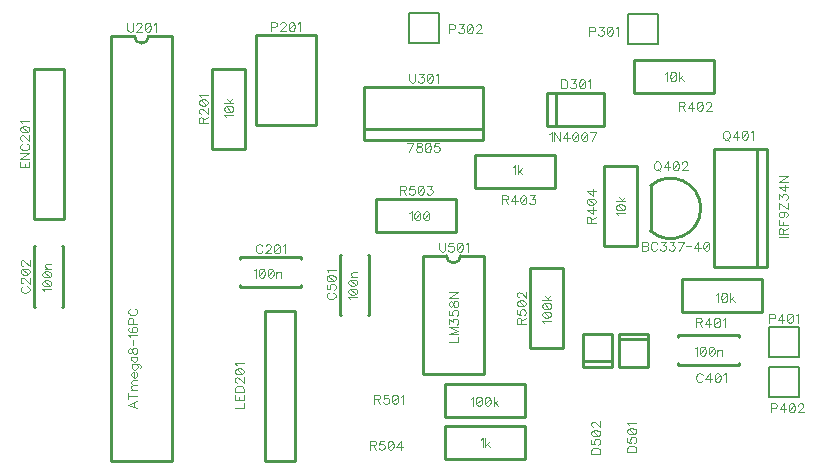
<source format=gbr>
G04 DipTrace 3.3.1.1*
G04 topsilk.gbr*
%MOIN*%
G04 #@! TF.FileFunction,Legend,Top*
G04 #@! TF.Part,Single*
%ADD10C,0.009843*%
%ADD26C,0.007874*%
%ADD55C,0.004632*%
%FSLAX26Y26*%
G04*
G70*
G90*
G75*
G01*
G04 TopSilk*
%LPD*%
X1355381Y1053937D2*
D10*
Y1049213D1*
X1154541Y1147638D2*
Y1142913D1*
X1355381Y1147638D2*
Y1142913D1*
X1154541Y1053937D2*
Y1049213D1*
X1355381D2*
X1154541D1*
X1355381Y1147638D2*
X1154541D1*
X470472Y983832D2*
X465748D1*
X564173Y1184672D2*
X559449D1*
X564173Y983832D2*
X559449D1*
X470472Y1184672D2*
X465748D1*
Y983832D2*
Y1184672D1*
X564173Y983832D2*
Y1184672D1*
X2614541Y883071D2*
Y887795D1*
X2815381Y789370D2*
Y794094D1*
X2614541Y789370D2*
Y794094D1*
X2815381Y883071D2*
Y887795D1*
X2614541D2*
X2815381D1*
X2614541Y789370D2*
X2815381D1*
X1490472Y956273D2*
X1485748D1*
X1584173Y1157113D2*
X1579449D1*
X1584173Y956273D2*
X1579449D1*
X1490472Y1157113D2*
X1485748D1*
Y956273D2*
Y1157113D1*
X1584173Y956273D2*
Y1157113D1*
X2177876Y1586614D2*
Y1696850D1*
X2179900D2*
X2365061D1*
X2207724Y1586614D2*
Y1696850D1*
X2365061Y1586614D2*
Y1696850D1*
X2179900Y1586614D2*
X2365061D1*
X2512205Y893683D2*
X2417717D1*
Y783482D1*
X2512205D1*
Y893683D1*
Y874029D2*
X2417717D1*
X2297717Y783482D2*
X2392205D1*
Y893683D1*
X2297717D1*
Y783482D1*
Y803136D2*
X2392205D1*
X564962Y1774431D2*
X464961D1*
Y1274387D1*
X564962D1*
Y1774431D1*
X1234959Y469663D2*
X1334961D1*
Y969707D1*
X1234959D1*
Y469663D1*
X1204961Y1587795D2*
X1404961D1*
Y1887795D1*
X1204961D1*
Y1587795D1*
X2544961Y1959449D2*
D26*
Y1859449D1*
X2444961D2*
Y1959449D1*
X2544961Y1859449D2*
X2444961D1*
Y1959449D2*
X2544961D1*
X1814961Y1963386D2*
Y1863386D1*
X1714961D2*
Y1963386D1*
X1814961Y1863386D2*
X1714961D1*
Y1963386D2*
X1814961D1*
X3014961Y916142D2*
Y816142D1*
X2914961D2*
Y916142D1*
X3014961Y816142D2*
X2914961D1*
Y916142D2*
X3014961D1*
Y682283D2*
X2914961D1*
Y782283D2*
X3014961D1*
X2914961Y682283D2*
Y782283D1*
X3014961D2*
Y682283D1*
X2911260Y1510236D2*
D10*
X2734094D1*
Y1116535D1*
X2911260D1*
Y1510236D1*
X2875827D2*
Y1116535D1*
X2521818Y1386644D2*
G02X2521818Y1235403I66569J-75620D01*
G01*
Y1386644D1*
X1170079Y1776417D2*
Y1509016D1*
X1059843Y1776417D2*
Y1509016D1*
Y1776417D2*
X1170079D1*
X1059843Y1509016D2*
X1170079D1*
X2894921Y964567D2*
X2627520D1*
X2894921Y1074803D2*
X2627520D1*
X2894921D2*
Y964567D1*
X2627520Y1074803D2*
Y964567D1*
X2734921Y1696850D2*
X2467520D1*
X2734921Y1807087D2*
X2467520D1*
X2734921D2*
Y1696850D1*
X2467520Y1807087D2*
Y1696850D1*
X1935000Y1488189D2*
X2202402D1*
X1935000Y1377953D2*
X2202402D1*
X1935000D2*
Y1488189D1*
X2202402Y1377953D2*
Y1488189D1*
X2366102Y1185197D2*
Y1452598D1*
X2476339Y1185197D2*
Y1452598D1*
Y1185197D2*
X2366102D1*
X2476339Y1452598D2*
X2366102D1*
X1835000Y724409D2*
X2102402D1*
X1835000Y614173D2*
X2102402D1*
X1835000D2*
Y724409D1*
X2102402Y614173D2*
Y724409D1*
X2119843Y845630D2*
Y1113031D1*
X2230079Y845630D2*
Y1113031D1*
Y845630D2*
X2119843D1*
X2230079Y1113031D2*
X2119843D1*
X1874921Y1232283D2*
X1607520D1*
X1874921Y1342520D2*
X1607520D1*
X1874921D2*
Y1232283D1*
X1607520Y1342520D2*
Y1232283D1*
X2104921Y476378D2*
X1837520D1*
X2104921Y586614D2*
X1837520D1*
X2104921D2*
Y476378D1*
X1837520Y586614D2*
Y476378D1*
X722597Y1885433D2*
Y468110D1*
X927324Y1885433D2*
Y468110D1*
X722597D2*
X927324D1*
X722597Y1885433D2*
X801330D1*
X927324D2*
X848591D1*
X801330D2*
G03X848591Y1885433I23631J103D01*
G01*
X1961811Y1539370D2*
X1568110D1*
Y1716535D1*
X1961811D1*
Y1539370D1*
Y1574803D2*
X1568110D1*
X1967327Y1153150D2*
Y759449D1*
X1762594D2*
X1967327D1*
X1762594Y1153150D2*
Y759449D1*
Y1153150D2*
X1841335D1*
X1967327D2*
X1888586D1*
X1841335D2*
G03X1888586Y1153150I23626J4D01*
G01*
X1228132Y1184409D2*
D55*
X1226706Y1187261D1*
X1223821Y1190146D1*
X1220969Y1191572D1*
X1215232D1*
X1212347Y1190146D1*
X1209495Y1187261D1*
X1208036Y1184409D1*
X1206610Y1180098D1*
Y1172902D1*
X1208036Y1168624D1*
X1209495Y1165739D1*
X1212347Y1162887D1*
X1215232Y1161428D1*
X1220969D1*
X1223821Y1162887D1*
X1226706Y1165739D1*
X1228132Y1168624D1*
X1238855Y1184376D2*
Y1185802D1*
X1240281Y1188687D1*
X1241707Y1190113D1*
X1244592Y1191538D1*
X1250329D1*
X1253181Y1190113D1*
X1254607Y1188687D1*
X1256066Y1185802D1*
Y1182950D1*
X1254607Y1180065D1*
X1251755Y1175787D1*
X1237396Y1161428D1*
X1257492D1*
X1275377Y1191538D2*
X1271066Y1190113D1*
X1268181Y1185802D1*
X1266755Y1178639D1*
Y1174328D1*
X1268181Y1167165D1*
X1271066Y1162854D1*
X1275377Y1161428D1*
X1278229D1*
X1282540Y1162854D1*
X1285392Y1167165D1*
X1286851Y1174328D1*
Y1178639D1*
X1285392Y1185802D1*
X1282540Y1190113D1*
X1278229Y1191538D1*
X1275377D1*
X1285392Y1185802D2*
X1268181Y1167165D1*
X1296115Y1185802D2*
X1299000Y1187261D1*
X1303311Y1191538D1*
Y1161428D1*
X1199479Y1104133D2*
X1202364Y1105593D1*
X1206675Y1109870D1*
Y1079760D1*
X1224560Y1109870D2*
X1220249Y1108444D1*
X1217364Y1104133D1*
X1215938Y1096970D1*
Y1092659D1*
X1217364Y1085496D1*
X1220249Y1081185D1*
X1224560Y1079760D1*
X1227412D1*
X1231723Y1081185D1*
X1234575Y1085496D1*
X1236034Y1092659D1*
Y1096970D1*
X1234575Y1104133D1*
X1231723Y1108444D1*
X1227412Y1109870D1*
X1224560D1*
X1234575Y1104133D2*
X1217364Y1085496D1*
X1253920Y1109870D2*
X1249609Y1108444D1*
X1246724Y1104133D1*
X1245298Y1096970D1*
Y1092659D1*
X1246724Y1085496D1*
X1249609Y1081185D1*
X1253920Y1079760D1*
X1256772D1*
X1261083Y1081185D1*
X1263935Y1085496D1*
X1265394Y1092659D1*
Y1096970D1*
X1263935Y1104133D1*
X1261083Y1108444D1*
X1256772Y1109870D1*
X1253920D1*
X1263935Y1104133D2*
X1246724Y1085496D1*
X1274658Y1099856D2*
Y1079760D1*
Y1094119D2*
X1278969Y1098430D1*
X1281854Y1099856D1*
X1286131D1*
X1289017Y1098430D1*
X1290442Y1094119D1*
Y1079760D1*
X428977Y1050974D2*
X426125Y1049548D1*
X423240Y1046663D1*
X421814Y1043811D1*
Y1038074D1*
X423240Y1035189D1*
X426125Y1032337D1*
X428977Y1030878D1*
X433288Y1029452D1*
X440484D1*
X444762Y1030878D1*
X447647Y1032337D1*
X450499Y1035189D1*
X451958Y1038074D1*
Y1043811D1*
X450499Y1046663D1*
X447647Y1049548D1*
X444762Y1050974D1*
X429010Y1061696D2*
X427584D1*
X424699Y1063122D1*
X423273Y1064548D1*
X421847Y1067433D1*
Y1073170D1*
X423273Y1076022D1*
X424699Y1077448D1*
X427584Y1078907D1*
X430436D1*
X433321Y1077448D1*
X437599Y1074596D1*
X451958Y1060237D1*
Y1080333D1*
X421847Y1098219D2*
X423273Y1093908D1*
X427584Y1091023D1*
X434747Y1089597D1*
X439058D1*
X446221Y1091023D1*
X450532Y1093908D1*
X451958Y1098219D1*
Y1101071D1*
X450532Y1105382D1*
X446221Y1108234D1*
X439058Y1109693D1*
X434747D1*
X427584Y1108234D1*
X423273Y1105382D1*
X421847Y1101071D1*
Y1098219D1*
X427584Y1108234D2*
X446221Y1091023D1*
X429010Y1120415D2*
X427584D1*
X424699Y1121841D1*
X423273Y1123267D1*
X421847Y1126152D1*
Y1131889D1*
X423273Y1134741D1*
X424699Y1136167D1*
X427584Y1137626D1*
X430436D1*
X433321Y1136167D1*
X437599Y1133315D1*
X451958Y1118956D1*
Y1139052D1*
X500119Y1034833D2*
X498659Y1037718D1*
X494382Y1042029D1*
X524493D1*
X494382Y1059915D2*
X495808Y1055604D1*
X500119Y1052719D1*
X507282Y1051293D1*
X511593D1*
X518756Y1052719D1*
X523067Y1055604D1*
X524492Y1059915D1*
Y1062767D1*
X523067Y1067078D1*
X518756Y1069930D1*
X511593Y1071389D1*
X507282D1*
X500119Y1069930D1*
X495808Y1067078D1*
X494382Y1062767D1*
Y1059915D1*
X500119Y1069930D2*
X518756Y1052719D1*
X494382Y1089274D2*
X495808Y1084963D1*
X500119Y1082078D1*
X507282Y1080652D1*
X511593D1*
X518756Y1082078D1*
X523067Y1084963D1*
X524492Y1089274D1*
Y1092126D1*
X523067Y1096437D1*
X518756Y1099289D1*
X511593Y1100748D1*
X507282D1*
X500119Y1099289D1*
X495808Y1096437D1*
X494382Y1092126D1*
Y1089274D1*
X500119Y1099289D2*
X518756Y1082078D1*
X504396Y1110012D2*
X524492D1*
X510133D2*
X505822Y1114323D1*
X504396Y1117208D1*
Y1121486D1*
X505822Y1124371D1*
X510133Y1125797D1*
X524492D1*
X2695293Y754585D2*
X2693867Y757436D1*
X2690982Y760322D1*
X2688130Y761747D1*
X2682393D1*
X2679508Y760322D1*
X2676656Y757436D1*
X2675197Y754585D1*
X2673771Y750274D1*
Y743077D1*
X2675197Y738800D1*
X2676656Y735915D1*
X2679508Y733063D1*
X2682393Y731603D1*
X2688130D1*
X2690982Y733063D1*
X2693867Y735915D1*
X2695293Y738800D1*
X2718916Y731603D2*
Y761714D1*
X2704557Y741651D1*
X2726079D1*
X2743964Y761714D2*
X2739653Y760288D1*
X2736768Y755977D1*
X2735342Y748814D1*
Y744503D1*
X2736768Y737340D1*
X2739653Y733029D1*
X2743964Y731603D1*
X2746816D1*
X2751127Y733029D1*
X2753979Y737340D1*
X2755438Y744503D1*
Y748814D1*
X2753979Y755977D1*
X2751127Y760288D1*
X2746816Y761714D1*
X2743964D1*
X2753979Y755977D2*
X2736768Y737340D1*
X2764702Y755977D2*
X2767587Y757436D1*
X2771898Y761714D1*
Y731603D1*
X2669479Y844291D2*
X2672364Y845750D1*
X2676675Y850028D1*
Y819917D1*
X2694560Y850028D2*
X2690249Y848602D1*
X2687364Y844291D1*
X2685938Y837128D1*
Y832817D1*
X2687364Y825654D1*
X2690249Y821343D1*
X2694560Y819917D1*
X2697412D1*
X2701723Y821343D1*
X2704575Y825654D1*
X2706034Y832817D1*
Y837128D1*
X2704575Y844291D1*
X2701723Y848602D1*
X2697412Y850028D1*
X2694560D1*
X2704575Y844291D2*
X2687364Y825654D1*
X2723920Y850028D2*
X2719609Y848602D1*
X2716724Y844291D1*
X2715298Y837128D1*
Y832817D1*
X2716724Y825654D1*
X2719609Y821343D1*
X2723920Y819917D1*
X2726772D1*
X2731083Y821343D1*
X2733935Y825654D1*
X2735394Y832817D1*
Y837128D1*
X2733935Y844291D1*
X2731083Y848602D1*
X2726772Y850028D1*
X2723920D1*
X2733935Y844291D2*
X2716724Y825654D1*
X2744658Y840013D2*
Y819917D1*
Y834276D2*
X2748969Y838587D1*
X2751854Y840013D1*
X2756131D1*
X2759017Y838587D1*
X2760442Y834276D1*
Y819917D1*
X1448977Y1029865D2*
X1446125Y1028439D1*
X1443240Y1025554D1*
X1441814Y1022702D1*
Y1016965D1*
X1443240Y1014080D1*
X1446125Y1011228D1*
X1448977Y1009769D1*
X1453288Y1008343D1*
X1460484D1*
X1464762Y1009769D1*
X1467647Y1011228D1*
X1470499Y1014080D1*
X1471958Y1016965D1*
Y1022702D1*
X1470499Y1025554D1*
X1467647Y1028439D1*
X1464762Y1029865D1*
X1441847Y1056339D2*
Y1042013D1*
X1454747Y1040587D1*
X1453321Y1042013D1*
X1451862Y1046324D1*
Y1050602D1*
X1453321Y1054913D1*
X1456173Y1057798D1*
X1460484Y1059224D1*
X1463336D1*
X1467647Y1057798D1*
X1470532Y1054913D1*
X1471958Y1050602D1*
Y1046324D1*
X1470532Y1042013D1*
X1469073Y1040587D1*
X1466221Y1039128D1*
X1441847Y1077110D2*
X1443273Y1072799D1*
X1447584Y1069914D1*
X1454747Y1068488D1*
X1459058D1*
X1466221Y1069914D1*
X1470532Y1072799D1*
X1471958Y1077110D1*
Y1079962D1*
X1470532Y1084273D1*
X1466221Y1087125D1*
X1459058Y1088584D1*
X1454747D1*
X1447584Y1087125D1*
X1443273Y1084273D1*
X1441847Y1079962D1*
Y1077110D1*
X1447584Y1087125D2*
X1466221Y1069914D1*
X1447584Y1097847D2*
X1446125Y1100732D1*
X1441847Y1105043D1*
X1471958D1*
X1520119Y1007274D2*
X1518659Y1010159D1*
X1514382Y1014470D1*
X1544493D1*
X1514382Y1032356D2*
X1515808Y1028045D1*
X1520119Y1025160D1*
X1527282Y1023734D1*
X1531593D1*
X1538756Y1025160D1*
X1543067Y1028045D1*
X1544492Y1032356D1*
Y1035208D1*
X1543067Y1039519D1*
X1538756Y1042371D1*
X1531593Y1043830D1*
X1527282D1*
X1520119Y1042371D1*
X1515808Y1039519D1*
X1514382Y1035208D1*
Y1032356D1*
X1520119Y1042371D2*
X1538756Y1025160D1*
X1514382Y1061715D2*
X1515808Y1057404D1*
X1520119Y1054519D1*
X1527282Y1053093D1*
X1531593D1*
X1538756Y1054519D1*
X1543067Y1057404D1*
X1544492Y1061715D1*
Y1064567D1*
X1543067Y1068878D1*
X1538756Y1071730D1*
X1531593Y1073189D1*
X1527282D1*
X1520119Y1071730D1*
X1515808Y1068878D1*
X1514382Y1064567D1*
Y1061715D1*
X1520119Y1071730D2*
X1538756Y1054519D1*
X1524396Y1082453D2*
X1544492D1*
X1530133D2*
X1525822Y1086764D1*
X1524396Y1089649D1*
Y1093927D1*
X1525822Y1096812D1*
X1530133Y1098238D1*
X1544492D1*
X2224843Y1740784D2*
Y1710640D1*
X2234891D1*
X2239202Y1712099D1*
X2242087Y1714951D1*
X2243513Y1717836D1*
X2244939Y1722114D1*
Y1729310D1*
X2243513Y1733621D1*
X2242087Y1736473D1*
X2239202Y1739358D1*
X2234891Y1740784D1*
X2224843D1*
X2257088Y1740751D2*
X2272839D1*
X2264250Y1729277D1*
X2268562D1*
X2271413Y1727851D1*
X2272839Y1726425D1*
X2274298Y1722114D1*
Y1719262D1*
X2272839Y1714951D1*
X2269987Y1712066D1*
X2265676Y1710640D1*
X2261365D1*
X2257088Y1712066D1*
X2255662Y1713525D1*
X2254202Y1716377D1*
X2292184Y1740751D2*
X2287873Y1739325D1*
X2284988Y1735014D1*
X2283562Y1727851D1*
Y1723540D1*
X2284988Y1716377D1*
X2287873Y1712066D1*
X2292184Y1710640D1*
X2295036D1*
X2299347Y1712066D1*
X2302199Y1716377D1*
X2303658Y1723540D1*
Y1727851D1*
X2302199Y1735014D1*
X2299347Y1739325D1*
X2295036Y1740751D1*
X2292184D1*
X2302199Y1735014D2*
X2284988Y1716377D1*
X2312922Y1735014D2*
X2315807Y1736473D1*
X2320118Y1740751D1*
Y1710640D1*
X2184770Y1558858D2*
X2187655Y1560317D1*
X2191967Y1564595D1*
Y1534484D1*
X2221326Y1564628D2*
Y1534484D1*
X2201230Y1564628D1*
Y1534484D1*
X2244949D2*
Y1564595D1*
X2230590Y1544532D1*
X2252112D1*
X2269997Y1564595D2*
X2265686Y1563169D1*
X2262801Y1558858D1*
X2261375Y1551695D1*
Y1547384D1*
X2262801Y1540221D1*
X2265686Y1535910D1*
X2269997Y1534484D1*
X2272849D1*
X2277160Y1535910D1*
X2280012Y1540221D1*
X2281471Y1547384D1*
Y1551695D1*
X2280012Y1558858D1*
X2277160Y1563169D1*
X2272849Y1564595D1*
X2269997D1*
X2280012Y1558858D2*
X2262801Y1540221D1*
X2299357Y1564595D2*
X2295046Y1563169D1*
X2292161Y1558858D1*
X2290735Y1551695D1*
Y1547384D1*
X2292161Y1540221D1*
X2295046Y1535910D1*
X2299357Y1534484D1*
X2302209D1*
X2306520Y1535910D1*
X2309372Y1540221D1*
X2310831Y1547384D1*
Y1551695D1*
X2309372Y1558858D1*
X2306520Y1563169D1*
X2302209Y1564595D1*
X2299357D1*
X2309372Y1558858D2*
X2292161Y1540221D1*
X2325831Y1534484D2*
X2340190Y1564595D1*
X2320094D1*
X2443783Y499607D2*
X2473927D1*
Y509655D1*
X2472468Y513966D1*
X2469616Y516851D1*
X2466731Y518277D1*
X2462453Y519703D1*
X2455257D1*
X2450946Y518277D1*
X2448094Y516851D1*
X2445209Y513966D1*
X2443783Y509655D1*
Y499607D1*
X2443816Y546177D2*
Y531851D1*
X2456716Y530425D1*
X2455290Y531851D1*
X2453831Y536162D1*
Y540440D1*
X2455290Y544751D1*
X2458142Y547636D1*
X2462453Y549062D1*
X2465305D1*
X2469616Y547636D1*
X2472501Y544751D1*
X2473927Y540440D1*
Y536162D1*
X2472501Y531851D1*
X2471042Y530425D1*
X2468190Y528966D1*
X2443816Y566948D2*
X2445242Y562637D1*
X2449553Y559752D1*
X2456716Y558326D1*
X2461027D1*
X2468190Y559752D1*
X2472501Y562637D1*
X2473927Y566948D1*
Y569800D1*
X2472501Y574111D1*
X2468190Y576963D1*
X2461027Y578422D1*
X2456716D1*
X2449553Y576963D1*
X2445242Y574111D1*
X2443816Y569800D1*
Y566948D1*
X2449553Y576963D2*
X2468190Y559752D1*
X2449553Y587685D2*
X2448094Y590570D1*
X2443816Y594881D1*
X2473927D1*
X2323783Y493157D2*
X2353927D1*
Y503205D1*
X2352468Y507516D1*
X2349616Y510401D1*
X2346731Y511827D1*
X2342453Y513253D1*
X2335257D1*
X2330946Y511827D1*
X2328094Y510401D1*
X2325209Y507516D1*
X2323783Y503205D1*
Y493157D1*
X2323816Y539727D2*
Y525401D1*
X2336716Y523975D1*
X2335290Y525401D1*
X2333831Y529712D1*
Y533990D1*
X2335290Y538301D1*
X2338142Y541186D1*
X2342453Y542612D1*
X2345305D1*
X2349616Y541186D1*
X2352501Y538301D1*
X2353927Y533990D1*
Y529712D1*
X2352501Y525401D1*
X2351042Y523975D1*
X2348190Y522516D1*
X2323816Y560498D2*
X2325242Y556187D1*
X2329553Y553302D1*
X2336716Y551876D1*
X2341027D1*
X2348190Y553302D1*
X2352501Y556187D1*
X2353927Y560498D1*
Y563350D1*
X2352501Y567661D1*
X2348190Y570513D1*
X2341027Y571972D1*
X2336716D1*
X2329553Y570513D1*
X2325242Y567661D1*
X2323816Y563350D1*
Y560498D1*
X2329553Y570513D2*
X2348190Y553302D1*
X2330979Y582695D2*
X2329553D1*
X2326668Y584121D1*
X2325242Y585546D1*
X2323816Y588432D1*
Y594169D1*
X2325242Y597020D1*
X2326668Y598446D1*
X2329553Y599905D1*
X2332405D1*
X2335290Y598446D1*
X2339568Y595594D1*
X2353927Y581235D1*
Y601331D1*
X421027Y1466066D2*
Y1447429D1*
X451171D1*
Y1466066D1*
X435386Y1447429D2*
Y1458903D1*
X421027Y1495426D2*
X451171D1*
X421027Y1475330D1*
X451171D1*
X428190Y1526211D2*
X425338Y1524785D1*
X422453Y1521900D1*
X421027Y1519048D1*
Y1513311D1*
X422453Y1510426D1*
X425338Y1507574D1*
X428190Y1506115D1*
X432501Y1504689D1*
X439697D1*
X443975Y1506115D1*
X446860Y1507574D1*
X449712Y1510426D1*
X451171Y1513311D1*
Y1519048D1*
X449712Y1521900D1*
X446860Y1524785D1*
X443975Y1526211D1*
X428223Y1536934D2*
X426797D1*
X423912Y1538360D1*
X422486Y1539786D1*
X421060Y1542671D1*
Y1548408D1*
X422486Y1551260D1*
X423912Y1552686D1*
X426797Y1554145D1*
X429649D1*
X432534Y1552686D1*
X436812Y1549834D1*
X451171Y1535475D1*
Y1555571D1*
X421060Y1573456D2*
X422486Y1569145D1*
X426797Y1566260D1*
X433960Y1564834D1*
X438271D1*
X445434Y1566260D1*
X449745Y1569145D1*
X451171Y1573456D1*
Y1576308D1*
X449745Y1580619D1*
X445434Y1583471D1*
X438271Y1584930D1*
X433960D1*
X426797Y1583471D1*
X422486Y1580619D1*
X421060Y1576308D1*
Y1573456D1*
X426797Y1583471D2*
X445434Y1566260D1*
X426797Y1594194D2*
X425338Y1597079D1*
X421060Y1601390D1*
X451171D1*
X1136106Y644860D2*
X1166250D1*
Y662071D1*
X1136106Y689972D2*
Y671335D1*
X1166250D1*
Y689972D1*
X1150465Y671335D2*
Y682809D1*
X1136106Y699235D2*
X1166250D1*
Y709283D1*
X1164790Y713594D1*
X1161939Y716479D1*
X1159053Y717905D1*
X1154776Y719331D1*
X1147580D1*
X1143269Y717905D1*
X1140417Y716479D1*
X1137532Y713594D1*
X1136106Y709283D1*
Y699235D1*
X1143302Y730054D2*
X1141876D1*
X1138991Y731480D1*
X1137565Y732906D1*
X1136139Y735791D1*
Y741528D1*
X1137565Y744380D1*
X1138991Y745806D1*
X1141876Y747265D1*
X1144728D1*
X1147613Y745806D1*
X1151891Y742954D1*
X1166250Y728595D1*
Y748691D1*
X1136139Y766576D2*
X1137565Y762265D1*
X1141876Y759380D1*
X1149039Y757954D1*
X1153350D1*
X1160513Y759380D1*
X1164824Y762265D1*
X1166250Y766576D1*
Y769428D1*
X1164824Y773739D1*
X1160513Y776591D1*
X1153350Y778050D1*
X1149039D1*
X1141876Y776591D1*
X1137565Y773739D1*
X1136139Y769428D1*
Y766576D1*
X1141876Y776591D2*
X1160513Y759380D1*
X1141876Y787314D2*
X1140417Y790199D1*
X1136139Y794510D1*
X1166250D1*
X1257323Y1915944D2*
X1270256D1*
X1274534Y1917370D1*
X1275993Y1918829D1*
X1277419Y1921681D1*
Y1925992D1*
X1275993Y1928844D1*
X1274534Y1930303D1*
X1270256Y1931729D1*
X1257323D1*
Y1901585D1*
X1288142Y1924533D2*
Y1925959D1*
X1289568Y1928844D1*
X1290994Y1930270D1*
X1293879Y1931696D1*
X1299616D1*
X1302468Y1930270D1*
X1303894Y1928844D1*
X1305353Y1925959D1*
Y1923107D1*
X1303894Y1920222D1*
X1301042Y1915944D1*
X1286683Y1901585D1*
X1306779D1*
X1324664Y1931696D2*
X1320353Y1930270D1*
X1317468Y1925959D1*
X1316042Y1918796D1*
Y1914485D1*
X1317468Y1907322D1*
X1320353Y1903011D1*
X1324664Y1901585D1*
X1327516D1*
X1331827Y1903011D1*
X1334679Y1907322D1*
X1336138Y1914485D1*
Y1918796D1*
X1334679Y1925959D1*
X1331827Y1930270D1*
X1327516Y1931696D1*
X1324664D1*
X1334679Y1925959D2*
X1317468Y1907322D1*
X1345402Y1925959D2*
X1348287Y1927418D1*
X1352598Y1931696D1*
Y1901585D1*
X2317323Y1900984D2*
X2330256D1*
X2334534Y1902409D1*
X2335993Y1903869D1*
X2337419Y1906720D1*
Y1911032D1*
X2335993Y1913883D1*
X2334534Y1915343D1*
X2330256Y1916768D1*
X2317323D1*
Y1886624D1*
X2349568Y1916735D2*
X2365320D1*
X2356731Y1905261D1*
X2361042D1*
X2363894Y1903835D1*
X2365320Y1902409D1*
X2366779Y1898098D1*
Y1895247D1*
X2365320Y1890936D1*
X2362468Y1888050D1*
X2358157Y1886624D1*
X2353846D1*
X2349568Y1888050D1*
X2348142Y1889510D1*
X2346683Y1892361D1*
X2384664Y1916735D2*
X2380353Y1915309D1*
X2377468Y1910998D1*
X2376042Y1903835D1*
Y1899524D1*
X2377468Y1892361D1*
X2380353Y1888050D1*
X2384664Y1886624D1*
X2387516D1*
X2391827Y1888050D1*
X2394679Y1892361D1*
X2396138Y1899524D1*
Y1903835D1*
X2394679Y1910998D1*
X2391827Y1915309D1*
X2387516Y1916735D1*
X2384664D1*
X2394679Y1910998D2*
X2377468Y1892361D1*
X2405402Y1910998D2*
X2408287Y1912457D1*
X2412598Y1916735D1*
Y1886624D1*
X1850873Y1908858D2*
X1863806D1*
X1868084Y1910283D1*
X1869543Y1911743D1*
X1870969Y1914595D1*
Y1918906D1*
X1869543Y1921757D1*
X1868084Y1923217D1*
X1863806Y1924643D1*
X1850873D1*
Y1894499D1*
X1883118Y1924609D2*
X1898870D1*
X1890281Y1913135D1*
X1894592D1*
X1897444Y1911709D1*
X1898870Y1910283D1*
X1900329Y1905972D1*
Y1903121D1*
X1898870Y1898810D1*
X1896018Y1895924D1*
X1891707Y1894499D1*
X1887396D1*
X1883118Y1895924D1*
X1881692Y1897384D1*
X1880233Y1900235D1*
X1918214Y1924609D2*
X1913903Y1923183D1*
X1911018Y1918872D1*
X1909592Y1911709D1*
Y1907398D1*
X1911018Y1900235D1*
X1913903Y1895924D1*
X1918214Y1894499D1*
X1921066D1*
X1925377Y1895924D1*
X1928229Y1900235D1*
X1929688Y1907398D1*
Y1911709D1*
X1928229Y1918872D1*
X1925377Y1923183D1*
X1921066Y1924609D1*
X1918214D1*
X1928229Y1918872D2*
X1911018Y1900235D1*
X1940411Y1917446D2*
Y1918872D1*
X1941837Y1921757D1*
X1943263Y1923183D1*
X1946148Y1924609D1*
X1951885D1*
X1954737Y1923183D1*
X1956163Y1921757D1*
X1957622Y1918872D1*
Y1916020D1*
X1956163Y1913135D1*
X1953311Y1908858D1*
X1938952Y1894499D1*
X1959048D1*
X2916610Y944291D2*
X2929543D1*
X2933821Y945717D1*
X2935280Y947176D1*
X2936706Y950028D1*
Y954339D1*
X2935280Y957191D1*
X2933821Y958650D1*
X2929543Y960076D1*
X2916610D1*
Y929932D1*
X2960329D2*
Y960042D1*
X2945970Y939980D1*
X2967492D1*
X2985377Y960042D2*
X2981066Y958616D1*
X2978181Y954305D1*
X2976755Y947143D1*
Y942831D1*
X2978181Y935669D1*
X2981066Y931358D1*
X2985377Y929932D1*
X2988229D1*
X2992540Y931358D1*
X2995392Y935669D1*
X2996851Y942831D1*
Y947143D1*
X2995392Y954305D1*
X2992540Y958616D1*
X2988229Y960042D1*
X2985377D1*
X2995392Y954305D2*
X2978181Y935669D1*
X3006115Y954305D2*
X3009000Y955765D1*
X3013311Y960042D1*
Y929932D1*
X2922662Y645078D2*
X2935595D1*
X2939873Y646504D1*
X2941332Y647963D1*
X2942758Y650815D1*
Y655126D1*
X2941332Y657978D1*
X2939873Y659437D1*
X2935595Y660863D1*
X2922662D1*
Y630719D1*
X2966380D2*
Y660830D1*
X2952021Y640767D1*
X2973543D1*
X2991429Y660830D2*
X2987118Y659404D1*
X2984233Y655093D1*
X2982807Y647930D1*
Y643619D1*
X2984233Y636456D1*
X2987118Y632145D1*
X2991429Y630719D1*
X2994281D1*
X2998592Y632145D1*
X3001444Y636456D1*
X3002903Y643619D1*
Y647930D1*
X3001444Y655093D1*
X2998592Y659404D1*
X2994281Y660830D1*
X2991429D1*
X3001444Y655093D2*
X2984233Y636456D1*
X3013625Y653667D2*
Y655093D1*
X3015051Y657978D1*
X3016477Y659404D1*
X3019362Y660830D1*
X3025099D1*
X3027951Y659404D1*
X3029377Y657978D1*
X3030836Y655093D1*
Y652241D1*
X3029377Y649356D1*
X3026525Y645078D1*
X3012166Y630719D1*
X3032262D1*
X2771506Y1569918D2*
X2768654Y1568525D1*
X2765769Y1565640D1*
X2764343Y1562755D1*
X2762884Y1558444D1*
Y1551281D1*
X2764343Y1546970D1*
X2765769Y1544118D1*
X2768654Y1541233D1*
X2771506Y1539807D1*
X2777243D1*
X2780128Y1541233D1*
X2782980Y1544118D1*
X2784406Y1546970D1*
X2785865Y1551281D1*
Y1558444D1*
X2784406Y1562755D1*
X2782980Y1565640D1*
X2780128Y1568525D1*
X2777243Y1569918D1*
X2771506D1*
X2775817Y1545544D2*
X2784406Y1536922D1*
X2809488Y1539774D2*
Y1569885D1*
X2795129Y1549822D1*
X2816651D1*
X2834536Y1569885D2*
X2830225Y1568459D1*
X2827340Y1564148D1*
X2825914Y1556985D1*
Y1552674D1*
X2827340Y1545511D1*
X2830225Y1541200D1*
X2834536Y1539774D1*
X2837388D1*
X2841699Y1541200D1*
X2844551Y1545511D1*
X2846010Y1552674D1*
Y1556985D1*
X2844551Y1564148D1*
X2841699Y1568459D1*
X2837388Y1569885D1*
X2834536D1*
X2844551Y1564148D2*
X2827340Y1545511D1*
X2855274Y1564148D2*
X2858159Y1565607D1*
X2862470Y1569885D1*
Y1539774D1*
X2948743Y1215278D2*
X2978887D1*
X2963102Y1224541D2*
Y1237441D1*
X2961643Y1241752D1*
X2960217Y1243211D1*
X2957365Y1244637D1*
X2954480D1*
X2951628Y1243211D1*
X2950169Y1241752D1*
X2948743Y1237441D1*
Y1224541D1*
X2978887D1*
X2963102Y1234589D2*
X2978887Y1244637D1*
X2948743Y1272571D2*
Y1253901D1*
X2978887Y1253900D1*
X2963102Y1253901D2*
Y1265374D1*
X2958791Y1300504D2*
X2963102Y1299045D1*
X2965987Y1296193D1*
X2967413Y1291882D1*
Y1290456D1*
X2965987Y1286145D1*
X2963102Y1283293D1*
X2958791Y1281834D1*
X2957365D1*
X2953054Y1283293D1*
X2950202Y1286145D1*
X2948777Y1290456D1*
Y1291882D1*
X2950202Y1296193D1*
X2953054Y1299045D1*
X2958791Y1300504D1*
X2965987D1*
X2973150Y1299045D1*
X2977461Y1296193D1*
X2978887Y1291882D1*
Y1289030D1*
X2977461Y1284719D1*
X2974576Y1283293D1*
X2948743Y1309768D2*
Y1329864D1*
X2978887Y1309768D1*
Y1329864D1*
X2948777Y1342012D2*
Y1357764D1*
X2960250Y1349175D1*
Y1353486D1*
X2961676Y1356338D1*
X2963102Y1357764D1*
X2967413Y1359223D1*
X2970265D1*
X2974576Y1357764D1*
X2977461Y1354912D1*
X2978887Y1350601D1*
Y1346290D1*
X2977461Y1342012D1*
X2976002Y1340586D1*
X2973150Y1339127D1*
X2978887Y1382846D2*
X2948777D1*
X2968839Y1368487D1*
Y1390009D1*
X2948743Y1419368D2*
X2978887D1*
X2948743Y1399272D1*
X2978887D1*
X2541615Y1467515D2*
X2538764Y1466123D1*
X2535878Y1463238D1*
X2534452Y1460352D1*
X2532993Y1456041D1*
Y1448879D1*
X2534452Y1444567D1*
X2535878Y1441716D1*
X2538764Y1438831D1*
X2541615Y1437405D1*
X2547352D1*
X2550237Y1438831D1*
X2553089Y1441716D1*
X2554515Y1444567D1*
X2555974Y1448879D1*
Y1456041D1*
X2554515Y1460352D1*
X2553089Y1463238D1*
X2550237Y1466123D1*
X2547352Y1467515D1*
X2541615D1*
X2545926Y1443142D2*
X2554515Y1434519D1*
X2579597Y1437371D2*
Y1467482D1*
X2565238Y1447419D1*
X2586760D1*
X2604646Y1467482D2*
X2600335Y1466056D1*
X2597449Y1461745D1*
X2596024Y1454582D1*
Y1450271D1*
X2597449Y1443108D1*
X2600335Y1438797D1*
X2604646Y1437371D1*
X2607497D1*
X2611808Y1438797D1*
X2614660Y1443108D1*
X2616120Y1450271D1*
Y1454582D1*
X2614660Y1461745D1*
X2611808Y1466056D1*
X2607497Y1467482D1*
X2604646D1*
X2614660Y1461745D2*
X2597449Y1443108D1*
X2626842Y1460319D2*
Y1461745D1*
X2628268Y1464630D1*
X2629694Y1466056D1*
X2632579Y1467482D1*
X2638316D1*
X2641168Y1466056D1*
X2642594Y1464630D1*
X2644053Y1461745D1*
Y1458893D1*
X2642594Y1456008D1*
X2639742Y1451730D1*
X2625383Y1437371D1*
X2645479D1*
X2493002Y1200102D2*
Y1169957D1*
X2505935D1*
X2510246Y1171417D1*
X2511672Y1172843D1*
X2513098Y1175694D1*
Y1180005D1*
X2511672Y1182891D1*
X2510246Y1184317D1*
X2505935Y1185742D1*
X2510246Y1187202D1*
X2511672Y1188628D1*
X2513098Y1191479D1*
Y1194365D1*
X2511672Y1197216D1*
X2510246Y1198676D1*
X2505935Y1200102D1*
X2493002D1*
Y1185742D2*
X2505935D1*
X2543883Y1192939D2*
X2542457Y1195790D1*
X2539572Y1198676D1*
X2536720Y1200102D1*
X2530983D1*
X2528098Y1198676D1*
X2525246Y1195790D1*
X2523787Y1192939D1*
X2522361Y1188628D1*
Y1181431D1*
X2523787Y1177154D1*
X2525246Y1174269D1*
X2528098Y1171417D1*
X2530983Y1169957D1*
X2536720D1*
X2539572Y1171417D1*
X2542457Y1174269D1*
X2543883Y1177154D1*
X2556032Y1200068D2*
X2571784D1*
X2563195Y1188594D1*
X2567506D1*
X2570358Y1187168D1*
X2571784Y1185742D1*
X2573243Y1181431D1*
Y1178580D1*
X2571784Y1174269D1*
X2568932Y1171383D1*
X2564621Y1169957D1*
X2560310D1*
X2556032Y1171383D1*
X2554606Y1172843D1*
X2553147Y1175694D1*
X2585391Y1200068D2*
X2601143D1*
X2592554Y1188594D1*
X2596865D1*
X2599717Y1187168D1*
X2601143Y1185742D1*
X2602602Y1181431D1*
Y1178580D1*
X2601143Y1174269D1*
X2598291Y1171383D1*
X2593980Y1169957D1*
X2589669D1*
X2585391Y1171383D1*
X2583965Y1172843D1*
X2582506Y1175694D1*
X2617603Y1169957D2*
X2631962Y1200068D1*
X2611866D1*
X2641225Y1185013D2*
X2657806D1*
X2681429Y1169957D2*
Y1200068D1*
X2667070Y1180005D1*
X2688592D1*
X2706477Y1200068D2*
X2702166Y1198642D1*
X2699281Y1194331D1*
X2697855Y1187168D1*
Y1182857D1*
X2699281Y1175694D1*
X2702166Y1171383D1*
X2706477Y1169957D1*
X2709329D1*
X2713640Y1171383D1*
X2716492Y1175694D1*
X2717951Y1182857D1*
Y1187168D1*
X2716492Y1194331D1*
X2713640Y1198642D1*
X2709329Y1200068D1*
X2706477D1*
X2716492Y1194331D2*
X2699281Y1175694D1*
X1030268Y1595079D2*
Y1607979D1*
X1028809Y1612290D1*
X1027383Y1613749D1*
X1024531Y1615175D1*
X1021646D1*
X1018794Y1613749D1*
X1017335Y1612290D1*
X1015909Y1607979D1*
Y1595079D1*
X1046053D1*
X1030268Y1605127D2*
X1046053Y1615175D1*
X1023105Y1625898D2*
X1021679D1*
X1018794Y1627324D1*
X1017368Y1628750D1*
X1015942Y1631635D1*
Y1637372D1*
X1017368Y1640224D1*
X1018794Y1641650D1*
X1021679Y1643109D1*
X1024531D1*
X1027416Y1641650D1*
X1031694Y1638798D1*
X1046053Y1624439D1*
Y1644535D1*
X1015942Y1662420D2*
X1017368Y1658109D1*
X1021679Y1655224D1*
X1028842Y1653798D1*
X1033153D1*
X1040316Y1655224D1*
X1044627Y1658109D1*
X1046053Y1662420D1*
Y1665272D1*
X1044627Y1669583D1*
X1040316Y1672435D1*
X1033153Y1673894D1*
X1028842D1*
X1021679Y1672435D1*
X1017368Y1669583D1*
X1015942Y1665272D1*
Y1662420D1*
X1021679Y1672435D2*
X1040316Y1655224D1*
X1021679Y1683158D2*
X1020220Y1686043D1*
X1015942Y1690354D1*
X1046053D1*
X1106024Y1615852D2*
X1104565Y1618737D1*
X1100287Y1623048D1*
X1130398D1*
X1100287Y1640933D2*
X1101713Y1636622D1*
X1106024Y1633737D1*
X1113187Y1632311D1*
X1117498D1*
X1124661Y1633737D1*
X1128972Y1636622D1*
X1130398Y1640933D1*
Y1643785D1*
X1128972Y1648096D1*
X1124661Y1650948D1*
X1117498Y1652407D1*
X1113187D1*
X1106024Y1650948D1*
X1101713Y1648096D1*
X1100287Y1643785D1*
Y1640933D1*
X1106024Y1650948D2*
X1124661Y1633737D1*
X1100254Y1661671D2*
X1130398D1*
X1110302Y1676030D2*
X1124661Y1661671D1*
X1118924Y1667408D2*
X1130398Y1677456D1*
X2672870Y931150D2*
X2685770D1*
X2690081Y932609D1*
X2691540Y934035D1*
X2692966Y936887D1*
Y939772D1*
X2691540Y942624D1*
X2690081Y944083D1*
X2685770Y945509D1*
X2672870D1*
Y915365D1*
X2682918Y931150D2*
X2692966Y915365D1*
X2716589D2*
Y945475D1*
X2702230Y925413D1*
X2723752D1*
X2741637Y945475D2*
X2737326Y944050D1*
X2734441Y939739D1*
X2733015Y932576D1*
Y928265D1*
X2734441Y921102D1*
X2737326Y916791D1*
X2741637Y915365D1*
X2744489D1*
X2748800Y916791D1*
X2751652Y921102D1*
X2753111Y928265D1*
Y932576D1*
X2751652Y939739D1*
X2748800Y944050D1*
X2744489Y945475D1*
X2741637D1*
X2751652Y939739D2*
X2734441Y921102D1*
X2762375Y939739D2*
X2765260Y941198D1*
X2769571Y945475D1*
Y915365D1*
X2740418Y1023425D2*
X2743303Y1024884D1*
X2747614Y1029162D1*
Y999051D1*
X2765500Y1029162D2*
X2761189Y1027736D1*
X2758304Y1023425D1*
X2756878Y1016262D1*
Y1011951D1*
X2758304Y1004788D1*
X2761189Y1000477D1*
X2765500Y999051D1*
X2768352D1*
X2772663Y1000477D1*
X2775515Y1004788D1*
X2776974Y1011951D1*
Y1016262D1*
X2775515Y1023425D1*
X2772663Y1027736D1*
X2768352Y1029162D1*
X2765500D1*
X2775515Y1023425D2*
X2758304Y1004788D1*
X2786238Y1029195D2*
Y999051D1*
X2800597Y1019147D2*
X2786238Y1004788D1*
X2791975Y1010525D2*
X2802023Y999051D1*
X2615790Y1651661D2*
X2628690D1*
X2633001Y1653121D1*
X2634460Y1654547D1*
X2635886Y1657398D1*
Y1660283D1*
X2634460Y1663135D1*
X2633001Y1664595D1*
X2628690Y1666020D1*
X2615790D1*
Y1635876D1*
X2625838Y1651661D2*
X2635886Y1635876D1*
X2659509D2*
Y1665987D1*
X2645150Y1645924D1*
X2666672D1*
X2684557Y1665987D2*
X2680246Y1664561D1*
X2677361Y1660250D1*
X2675935Y1653087D1*
Y1648776D1*
X2677361Y1641613D1*
X2680246Y1637302D1*
X2684557Y1635876D1*
X2687409D1*
X2691720Y1637302D1*
X2694572Y1641613D1*
X2696031Y1648776D1*
Y1653087D1*
X2694572Y1660250D1*
X2691720Y1664561D1*
X2687409Y1665987D1*
X2684557D1*
X2694572Y1660250D2*
X2677361Y1641613D1*
X2706754Y1658824D2*
Y1660250D1*
X2708180Y1663135D1*
X2709606Y1664561D1*
X2712491Y1665987D1*
X2718228D1*
X2721080Y1664561D1*
X2722506Y1663135D1*
X2723965Y1660250D1*
Y1657398D1*
X2722506Y1654513D1*
X2719654Y1650235D1*
X2705295Y1635876D1*
X2725391D1*
X2570418Y1759645D2*
X2573303Y1761104D1*
X2577614Y1765382D1*
Y1735271D1*
X2595500Y1765382D2*
X2591189Y1763956D1*
X2588304Y1759645D1*
X2586878Y1752482D1*
Y1748171D1*
X2588304Y1741008D1*
X2591189Y1736697D1*
X2595500Y1735271D1*
X2598352D1*
X2602663Y1736697D1*
X2605515Y1741008D1*
X2606974Y1748171D1*
Y1752482D1*
X2605515Y1759645D1*
X2602663Y1763956D1*
X2598352Y1765382D1*
X2595500D1*
X2605515Y1759645D2*
X2588304Y1741008D1*
X2616238Y1765415D2*
Y1735271D1*
X2630597Y1755367D2*
X2616238Y1741008D1*
X2621975Y1746745D2*
X2632023Y1735271D1*
X2027650Y1340598D2*
X2040550D1*
X2044861Y1342058D1*
X2046320Y1343484D1*
X2047746Y1346335D1*
Y1349220D1*
X2046320Y1352072D1*
X2044861Y1353532D1*
X2040550Y1354957D1*
X2027650D1*
Y1324813D1*
X2037698Y1340598D2*
X2047746Y1324813D1*
X2071368D2*
Y1354924D1*
X2057009Y1334861D1*
X2078531D1*
X2096417Y1354924D2*
X2092106Y1353498D1*
X2089221Y1349187D1*
X2087795Y1342024D1*
Y1337713D1*
X2089221Y1330550D1*
X2092106Y1326239D1*
X2096417Y1324813D1*
X2099269D1*
X2103580Y1326239D1*
X2106432Y1330550D1*
X2107891Y1337713D1*
Y1342024D1*
X2106432Y1349187D1*
X2103580Y1353498D1*
X2099269Y1354924D1*
X2096417D1*
X2106432Y1349187D2*
X2089221Y1330550D1*
X2120040Y1354924D2*
X2135791D1*
X2127202Y1343450D1*
X2131513D1*
X2134365Y1342024D1*
X2135791Y1340598D1*
X2137250Y1336287D1*
Y1333436D1*
X2135791Y1329124D1*
X2132939Y1326239D1*
X2128628Y1324813D1*
X2124317D1*
X2120040Y1326239D1*
X2118614Y1327699D1*
X2117154Y1330550D1*
X2062578Y1448622D2*
X2065464Y1450081D1*
X2069775Y1454359D1*
Y1424248D1*
X2079038Y1454392D2*
Y1424248D1*
X2093397Y1444344D2*
X2079038Y1429985D1*
X2084775Y1435722D2*
X2094823Y1424248D1*
X2322778Y1263384D2*
Y1276284D1*
X2321319Y1280595D1*
X2319893Y1282055D1*
X2317041Y1283480D1*
X2314156D1*
X2311304Y1282055D1*
X2309845Y1280595D1*
X2308419Y1276284D1*
Y1263384D1*
X2338563D1*
X2322778Y1273432D2*
X2338563Y1283480D1*
Y1307103D2*
X2308452D1*
X2328515Y1292744D1*
Y1314266D1*
X2308452Y1332151D2*
X2309878Y1327840D1*
X2314189Y1324955D1*
X2321352Y1323529D1*
X2325663D1*
X2332826Y1324955D1*
X2337137Y1327840D1*
X2338563Y1332151D1*
Y1335003D1*
X2337137Y1339314D1*
X2332826Y1342166D1*
X2325663Y1343625D1*
X2321352D1*
X2314189Y1342166D1*
X2309878Y1339314D1*
X2308452Y1335003D1*
Y1332151D1*
X2314189Y1342166D2*
X2332826Y1324955D1*
X2338563Y1367248D2*
X2308452D1*
X2328515Y1352889D1*
Y1374411D1*
X2412284Y1288096D2*
X2410825Y1290981D1*
X2406547Y1295292D1*
X2436658D1*
X2406547Y1313177D2*
X2407973Y1308866D1*
X2412284Y1305981D1*
X2419447Y1304555D1*
X2423758D1*
X2430921Y1305981D1*
X2435232Y1308866D1*
X2436658Y1313177D1*
Y1316029D1*
X2435232Y1320340D1*
X2430921Y1323192D1*
X2423758Y1324651D1*
X2419447D1*
X2412284Y1323192D1*
X2407973Y1320340D1*
X2406547Y1316029D1*
Y1313177D1*
X2412284Y1323192D2*
X2430921Y1305981D1*
X2406514Y1333915D2*
X2436658D1*
X2416562Y1348274D2*
X2430921Y1333915D1*
X2425184Y1339652D2*
X2436658Y1349700D1*
X1601063Y675244D2*
X1613963D1*
X1618274Y676703D1*
X1619733Y678129D1*
X1621159Y680981D1*
Y683866D1*
X1619733Y686718D1*
X1618274Y688177D1*
X1613963Y689603D1*
X1601063D1*
Y659459D1*
X1611111Y675244D2*
X1621159Y659459D1*
X1647634Y689570D2*
X1633308D1*
X1631882Y676670D1*
X1633308Y678096D1*
X1637619Y679555D1*
X1641897D1*
X1646208Y678096D1*
X1649093Y675244D1*
X1650519Y670933D1*
Y668081D1*
X1649093Y663770D1*
X1646208Y660885D1*
X1641897Y659459D1*
X1637619D1*
X1633308Y660885D1*
X1631882Y662344D1*
X1630423Y665196D1*
X1668405Y689570D2*
X1664094Y688144D1*
X1661208Y683833D1*
X1659783Y676670D1*
Y672359D1*
X1661208Y665196D1*
X1664094Y660885D1*
X1668405Y659459D1*
X1671256D1*
X1675567Y660885D1*
X1678419Y665196D1*
X1679879Y672359D1*
Y676670D1*
X1678419Y683833D1*
X1675567Y688144D1*
X1671256Y689570D1*
X1668405D1*
X1678419Y683833D2*
X1661208Y665196D1*
X1689142Y683833D2*
X1692027Y685292D1*
X1696338Y689570D1*
Y659459D1*
X1923219Y676968D2*
X1926104Y678427D1*
X1930415Y682705D1*
Y652594D1*
X1948301Y682705D2*
X1943990Y681279D1*
X1941105Y676968D1*
X1939679Y669805D1*
Y665494D1*
X1941105Y658331D1*
X1943990Y654020D1*
X1948301Y652594D1*
X1951153D1*
X1955464Y654020D1*
X1958315Y658331D1*
X1959775Y665494D1*
Y669805D1*
X1958315Y676968D1*
X1955464Y681279D1*
X1951153Y682705D1*
X1948301D1*
X1958315Y676968D2*
X1941105Y658331D1*
X1977660Y682705D2*
X1973349Y681279D1*
X1970464Y676968D1*
X1969038Y669805D1*
Y665494D1*
X1970464Y658331D1*
X1973349Y654020D1*
X1977660Y652594D1*
X1980512D1*
X1984823Y654020D1*
X1987675Y658331D1*
X1989134Y665494D1*
Y669805D1*
X1987675Y676968D1*
X1984823Y681279D1*
X1980512Y682705D1*
X1977660D1*
X1987675Y676968D2*
X1970464Y658331D1*
X1998398Y682738D2*
Y652594D1*
X2012757Y672690D2*
X1998398Y658331D1*
X2004135Y664068D2*
X2014183Y652594D1*
X2090268Y925244D2*
Y938143D1*
X2088809Y942454D1*
X2087383Y943914D1*
X2084531Y945339D1*
X2081646D1*
X2078794Y943914D1*
X2077335Y942454D1*
X2075909Y938143D1*
Y925244D1*
X2106053D1*
X2090268Y935291D2*
X2106053Y945339D1*
X2075942Y971814D2*
Y957488D1*
X2088842Y956062D1*
X2087416Y957488D1*
X2085957Y961799D1*
Y966077D1*
X2087416Y970388D1*
X2090268Y973273D1*
X2094579Y974699D1*
X2097431D1*
X2101742Y973273D1*
X2104627Y970388D1*
X2106053Y966077D1*
Y961799D1*
X2104627Y957488D1*
X2103168Y956062D1*
X2100316Y954603D1*
X2075942Y992585D2*
X2077368Y988274D1*
X2081679Y985388D1*
X2088842Y983963D1*
X2093153D1*
X2100316Y985388D1*
X2104627Y988274D1*
X2106053Y992585D1*
Y995436D1*
X2104627Y999747D1*
X2100316Y1002599D1*
X2093153Y1004058D1*
X2088842Y1004059D1*
X2081679Y1002599D1*
X2077368Y999747D1*
X2075942Y995436D1*
Y992585D1*
X2081679Y1002599D2*
X2100316Y985388D1*
X2083105Y1014781D2*
X2081679D1*
X2078794Y1016207D1*
X2077368Y1017633D1*
X2075942Y1020518D1*
Y1026255D1*
X2077368Y1029107D1*
X2078794Y1030533D1*
X2081679Y1031992D1*
X2084531D1*
X2087416Y1030533D1*
X2091694Y1027681D1*
X2106053Y1013322D1*
Y1033418D1*
X2166024Y929912D2*
X2164565Y932797D1*
X2160287Y937108D1*
X2190398D1*
X2160287Y954994D2*
X2161713Y950683D1*
X2166024Y947798D1*
X2173187Y946372D1*
X2177498D1*
X2184661Y947797D1*
X2188972Y950683D1*
X2190398Y954994D1*
Y957845D1*
X2188972Y962156D1*
X2184661Y965008D1*
X2177498Y966468D1*
X2173187D1*
X2166024Y965008D1*
X2161713Y962157D1*
X2160287Y957846D1*
Y954994D1*
X2166024Y965008D2*
X2184661Y947797D1*
X2160287Y984353D2*
X2161713Y980042D1*
X2166024Y977157D1*
X2173187Y975731D1*
X2177498D1*
X2184661Y977157D1*
X2188972Y980042D1*
X2190398Y984353D1*
Y987205D1*
X2188972Y991516D1*
X2184661Y994368D1*
X2177498Y995827D1*
X2173187D1*
X2166024Y994368D1*
X2161713Y991516D1*
X2160287Y987205D1*
Y984353D1*
X2166024Y994368D2*
X2184661Y977157D1*
X2160254Y1005091D2*
X2190398D1*
X2170302Y1019450D2*
X2184661Y1005091D1*
X2178924Y1010828D2*
X2190398Y1020876D1*
X1687133Y1372095D2*
X1700033D1*
X1704344Y1373554D1*
X1705803Y1374980D1*
X1707229Y1377831D1*
Y1380717D1*
X1705803Y1383568D1*
X1704344Y1385028D1*
X1700033Y1386454D1*
X1687133D1*
Y1356310D1*
X1697181Y1372095D2*
X1707229Y1356310D1*
X1733704Y1386420D2*
X1719378D1*
X1717952Y1373520D1*
X1719378Y1374946D1*
X1723689Y1376406D1*
X1727967D1*
X1732278Y1374946D1*
X1735163Y1372095D1*
X1736589Y1367783D1*
Y1364932D1*
X1735163Y1360621D1*
X1732278Y1357735D1*
X1727967Y1356310D1*
X1723689D1*
X1719378Y1357735D1*
X1717952Y1359195D1*
X1716493Y1362047D1*
X1754474Y1386420D2*
X1750163Y1384994D1*
X1747278Y1380683D1*
X1745852Y1373520D1*
Y1369209D1*
X1747278Y1362047D1*
X1750163Y1357735D1*
X1754474Y1356310D1*
X1757326D1*
X1761637Y1357735D1*
X1764489Y1362047D1*
X1765948Y1369209D1*
Y1373520D1*
X1764489Y1380683D1*
X1761637Y1384994D1*
X1757326Y1386420D1*
X1754474D1*
X1764489Y1380683D2*
X1747278Y1362047D1*
X1778097Y1386420D2*
X1793849D1*
X1785260Y1374946D1*
X1789571D1*
X1792423Y1373520D1*
X1793849Y1372095D1*
X1795308Y1367783D1*
Y1364932D1*
X1793849Y1360621D1*
X1790997Y1357735D1*
X1786686Y1356310D1*
X1782375D1*
X1778097Y1357735D1*
X1776671Y1359195D1*
X1775212Y1362047D1*
X1718263Y1295078D2*
X1721148Y1296537D1*
X1725459Y1300815D1*
Y1270704D1*
X1743345Y1300815D2*
X1739034Y1299389D1*
X1736148Y1295078D1*
X1734723Y1287915D1*
Y1283604D1*
X1736148Y1276441D1*
X1739034Y1272130D1*
X1743345Y1270704D1*
X1746196D1*
X1750507Y1272130D1*
X1753359Y1276441D1*
X1754819Y1283604D1*
Y1287915D1*
X1753359Y1295078D1*
X1750507Y1299389D1*
X1746196Y1300815D1*
X1743345D1*
X1753359Y1295078D2*
X1736148Y1276441D1*
X1772704Y1300815D2*
X1768393Y1299389D1*
X1765508Y1295078D1*
X1764082Y1287915D1*
Y1283604D1*
X1765508Y1276441D1*
X1768393Y1272130D1*
X1772704Y1270704D1*
X1775556D1*
X1779867Y1272130D1*
X1782719Y1276441D1*
X1784178Y1283604D1*
Y1287915D1*
X1782719Y1295078D1*
X1779867Y1299389D1*
X1775556Y1300815D1*
X1772704D1*
X1782719Y1295078D2*
X1765508Y1276441D1*
X1586420Y521701D2*
X1599320D1*
X1603631Y523160D1*
X1605090Y524586D1*
X1606516Y527438D1*
Y530323D1*
X1605090Y533175D1*
X1603631Y534634D1*
X1599320Y536060D1*
X1586420D1*
Y505916D1*
X1596468Y521701D2*
X1606516Y505916D1*
X1632991Y536027D2*
X1618665D1*
X1617239Y523127D1*
X1618665Y524553D1*
X1622976Y526012D1*
X1627254D1*
X1631565Y524553D1*
X1634450Y521701D1*
X1635876Y517390D1*
Y514538D1*
X1634450Y510227D1*
X1631565Y507342D1*
X1627254Y505916D1*
X1622976D1*
X1618665Y507342D1*
X1617239Y508801D1*
X1615780Y511653D1*
X1653761Y536027D2*
X1649450Y534601D1*
X1646565Y530290D1*
X1645139Y523127D1*
Y518816D1*
X1646565Y511653D1*
X1649450Y507342D1*
X1653761Y505916D1*
X1656613D1*
X1660924Y507342D1*
X1663776Y511653D1*
X1665235Y518816D1*
Y523127D1*
X1663776Y530290D1*
X1660924Y534601D1*
X1656613Y536027D1*
X1653761D1*
X1663776Y530290D2*
X1646565Y511653D1*
X1688858Y505916D2*
Y536027D1*
X1674499Y515964D1*
X1696021D1*
X1955098Y539173D2*
X1957983Y540632D1*
X1962294Y544910D1*
Y514799D1*
X1971558Y544943D2*
Y514799D1*
X1985917Y534895D2*
X1971558Y520536D1*
X1977295Y526273D2*
X1987343Y514799D1*
X777323Y1929367D2*
Y1907845D1*
X778749Y1903534D1*
X781634Y1900682D1*
X785945Y1899223D1*
X788797D1*
X793108Y1900682D1*
X795993Y1903534D1*
X797419Y1907845D1*
Y1929367D1*
X808142Y1922171D2*
Y1923597D1*
X809568Y1926482D1*
X810994Y1927908D1*
X813879Y1929334D1*
X819616D1*
X822468Y1927908D1*
X823894Y1926482D1*
X825353Y1923597D1*
Y1920745D1*
X823894Y1917860D1*
X821042Y1913582D1*
X806683Y1899223D1*
X826779D1*
X844664Y1929334D2*
X840353Y1927908D1*
X837468Y1923597D1*
X836042Y1916434D1*
Y1912123D1*
X837468Y1904960D1*
X840353Y1900649D1*
X844664Y1899223D1*
X847516D1*
X851827Y1900649D1*
X854679Y1904960D1*
X856138Y1912123D1*
Y1916434D1*
X854679Y1923597D1*
X851827Y1927908D1*
X847516Y1929334D1*
X844664D1*
X854679Y1923597D2*
X837468Y1904960D1*
X865402Y1923597D2*
X868287Y1925056D1*
X872598Y1929334D1*
Y1899223D1*
X811171Y667458D2*
X781027Y655951D1*
X811171Y644477D1*
X801123Y648788D2*
Y663147D1*
X781027Y686769D2*
X811171D1*
X781027Y676721D2*
Y696817D1*
X791075Y706081D2*
X811171D1*
X796812D2*
X792501Y710392D1*
X791075Y713277D1*
Y717555D1*
X792501Y720440D1*
X796812Y721866D1*
X811171D1*
X796812D2*
X792501Y726177D1*
X791075Y729062D1*
Y733340D1*
X792501Y736225D1*
X796812Y737684D1*
X811171D1*
X799697Y746947D2*
Y764158D1*
X796812D1*
X793927Y762732D1*
X792501Y761306D1*
X791075Y758421D1*
Y754110D1*
X792501Y751258D1*
X795386Y748373D1*
X799697Y746947D1*
X802549D1*
X806860Y748373D1*
X809712Y751258D1*
X811171Y754110D1*
Y758421D1*
X809712Y761306D1*
X806860Y764158D1*
X792501Y790633D2*
X815482D1*
X819760Y789207D1*
X821219Y787781D1*
X822645Y784896D1*
Y780585D1*
X821219Y777733D1*
X796812Y790633D2*
X793960Y787781D1*
X792501Y784896D1*
Y780585D1*
X793960Y777733D1*
X796812Y774848D1*
X801123Y773422D1*
X804008D1*
X808286Y774848D1*
X811171Y777733D1*
X812597Y780585D1*
Y784896D1*
X811171Y787781D1*
X808286Y790633D1*
X791075Y817107D2*
X811171D1*
X795386D2*
X792501Y814255D1*
X791075Y811370D1*
Y807092D1*
X792501Y804207D1*
X795386Y801356D1*
X799697Y799896D1*
X802549D1*
X806860Y801356D1*
X809712Y804207D1*
X811171Y807092D1*
Y811370D1*
X809712Y814255D1*
X806860Y817107D1*
X781060Y833534D2*
X782486Y829256D1*
X785338Y827797D1*
X788223D1*
X791075Y829256D1*
X792534Y832108D1*
X793960Y837845D1*
X795386Y842156D1*
X798271Y845008D1*
X801123Y846434D1*
X805434D1*
X808286Y845008D1*
X809745Y843582D1*
X811171Y839271D1*
Y833534D1*
X809745Y829256D1*
X808286Y827797D1*
X805434Y826371D1*
X801123D1*
X798271Y827797D1*
X795386Y830682D1*
X793960Y834960D1*
X792534Y840697D1*
X791075Y843582D1*
X788223Y845008D1*
X785338D1*
X782486Y843582D1*
X781060Y839271D1*
Y833534D1*
X796115Y855697D2*
Y872278D1*
X786797Y881542D2*
X785338Y884427D1*
X781060Y888738D1*
X811171D1*
X785338Y915212D2*
X782486Y913786D1*
X781060Y909475D1*
Y906623D1*
X782486Y902312D1*
X786797Y899427D1*
X793960Y898001D1*
X801123D1*
X806860Y899427D1*
X809745Y902312D1*
X811171Y906623D1*
Y908049D1*
X809745Y912327D1*
X806860Y915212D1*
X802549Y916638D1*
X801123D1*
X796812Y915212D1*
X793960Y912327D1*
X792534Y908049D1*
Y906623D1*
X793960Y902312D1*
X796812Y899427D1*
X801123Y898001D1*
X796812Y925902D2*
Y938835D1*
X795386Y943113D1*
X793927Y944572D1*
X791075Y945998D1*
X786764D1*
X783912Y944572D1*
X782453Y943113D1*
X781027Y938835D1*
Y925902D1*
X811171D1*
X788190Y976783D2*
X785338Y975357D1*
X782453Y972472D1*
X781027Y969620D1*
Y963883D1*
X782453Y960998D1*
X785338Y958146D1*
X788190Y956687D1*
X792501Y955261D1*
X799697D1*
X803975Y956687D1*
X806860Y958146D1*
X809712Y960998D1*
X811171Y963883D1*
Y969620D1*
X809712Y972472D1*
X806860Y975357D1*
X803975Y976783D1*
X1717323Y1760469D2*
Y1738947D1*
X1718749Y1734636D1*
X1721634Y1731784D1*
X1725945Y1730325D1*
X1728797D1*
X1733108Y1731784D1*
X1735993Y1734636D1*
X1737419Y1738947D1*
Y1760469D1*
X1749568Y1760436D2*
X1765320D1*
X1756731Y1748962D1*
X1761042D1*
X1763894Y1747536D1*
X1765320Y1746110D1*
X1766779Y1741799D1*
Y1738947D1*
X1765320Y1734636D1*
X1762468Y1731751D1*
X1758157Y1730325D1*
X1753846D1*
X1749568Y1731751D1*
X1748142Y1733210D1*
X1746683Y1736062D1*
X1784664Y1760436D2*
X1780353Y1759010D1*
X1777468Y1754699D1*
X1776042Y1747536D1*
Y1743225D1*
X1777468Y1736062D1*
X1780353Y1731751D1*
X1784664Y1730325D1*
X1787516D1*
X1791827Y1731751D1*
X1794679Y1736062D1*
X1796138Y1743225D1*
Y1747536D1*
X1794679Y1754699D1*
X1791827Y1759010D1*
X1787516Y1760436D1*
X1784664D1*
X1794679Y1754699D2*
X1777468Y1736062D1*
X1805402Y1754699D2*
X1808287Y1756158D1*
X1812598Y1760436D1*
Y1730325D1*
X1716627Y1499051D2*
X1730986Y1529162D1*
X1710890D1*
X1747412D2*
X1743135Y1527736D1*
X1741675Y1524884D1*
Y1521999D1*
X1743135Y1519147D1*
X1745986Y1517688D1*
X1751723Y1516262D1*
X1756034Y1514836D1*
X1758886Y1511951D1*
X1760312Y1509099D1*
Y1504788D1*
X1758886Y1501936D1*
X1757460Y1500477D1*
X1753149Y1499051D1*
X1747412D1*
X1743135Y1500477D1*
X1741675Y1501936D1*
X1740249Y1504788D1*
Y1509099D1*
X1741675Y1511951D1*
X1744560Y1514836D1*
X1748838Y1516262D1*
X1754575Y1517688D1*
X1757460Y1519147D1*
X1758886Y1521999D1*
Y1524884D1*
X1757460Y1527736D1*
X1753149Y1529162D1*
X1747412D1*
X1778198D2*
X1773887Y1527736D1*
X1771002Y1523425D1*
X1769576Y1516262D1*
Y1511951D1*
X1771002Y1504788D1*
X1773887Y1500477D1*
X1778198Y1499051D1*
X1781050D1*
X1785361Y1500477D1*
X1788213Y1504788D1*
X1789672Y1511951D1*
Y1516262D1*
X1788213Y1523425D1*
X1785361Y1527736D1*
X1781050Y1529162D1*
X1778198D1*
X1788213Y1523425D2*
X1771002Y1504788D1*
X1816146Y1529162D2*
X1801820D1*
X1800394Y1516262D1*
X1801820Y1517688D1*
X1806131Y1519147D1*
X1810409D1*
X1814720Y1517688D1*
X1817605Y1514836D1*
X1819031Y1510525D1*
Y1507673D1*
X1817605Y1503362D1*
X1814720Y1500477D1*
X1810409Y1499051D1*
X1806131D1*
X1801820Y1500477D1*
X1800394Y1501936D1*
X1798935Y1504788D1*
X1817323Y1197083D2*
Y1175561D1*
X1818749Y1171250D1*
X1821634Y1168399D1*
X1825945Y1166939D1*
X1828797D1*
X1833108Y1168399D1*
X1835993Y1171250D1*
X1837419Y1175561D1*
Y1197083D1*
X1863894Y1197050D2*
X1849568D1*
X1848142Y1184150D1*
X1849568Y1185576D1*
X1853879Y1187035D1*
X1858157D1*
X1862468Y1185576D1*
X1865353Y1182724D1*
X1866779Y1178413D1*
Y1175561D1*
X1865353Y1171250D1*
X1862468Y1168365D1*
X1858157Y1166939D1*
X1853879D1*
X1849568Y1168365D1*
X1848142Y1169825D1*
X1846683Y1172676D1*
X1884664Y1197050D2*
X1880353Y1195624D1*
X1877468Y1191313D1*
X1876042Y1184150D1*
Y1179839D1*
X1877468Y1172676D1*
X1880353Y1168365D1*
X1884664Y1166939D1*
X1887516D1*
X1891827Y1168365D1*
X1894679Y1172676D1*
X1896138Y1179839D1*
Y1184150D1*
X1894679Y1191313D1*
X1891827Y1195624D1*
X1887516Y1197050D1*
X1884664D1*
X1894679Y1191313D2*
X1877468Y1172676D1*
X1905402Y1191313D2*
X1908287Y1192772D1*
X1912598Y1197050D1*
Y1166939D1*
X1851027Y865012D2*
X1881171D1*
Y882222D1*
Y914434D2*
X1851027D1*
X1881171Y902960D1*
X1851027Y891486D1*
X1881171D1*
X1851060Y926583D2*
Y942334D1*
X1862534Y933745D1*
Y938056D1*
X1863960Y940908D1*
X1865386Y942334D1*
X1869697Y943793D1*
X1872549D1*
X1876860Y942334D1*
X1879745Y939482D1*
X1881171Y935171D1*
Y930860D1*
X1879745Y926582D1*
X1878286Y925157D1*
X1875434Y923697D1*
X1851060Y970268D2*
Y955942D1*
X1863960Y954516D1*
X1862534Y955942D1*
X1861075Y960253D1*
Y964531D1*
X1862534Y968842D1*
X1865386Y971727D1*
X1869697Y973153D1*
X1872549D1*
X1876860Y971727D1*
X1879745Y968842D1*
X1881171Y964531D1*
Y960253D1*
X1879745Y955942D1*
X1878286Y954516D1*
X1875434Y953057D1*
X1851060Y989579D2*
X1852486Y985302D1*
X1855338Y983842D1*
X1858223D1*
X1861075Y985302D1*
X1862534Y988154D1*
X1863960Y993890D1*
X1865386Y998202D1*
X1868271Y1001053D1*
X1871123Y1002479D1*
X1875434D1*
X1878286Y1001053D1*
X1879745Y999627D1*
X1881171Y995316D1*
Y989579D1*
X1879745Y985302D1*
X1878286Y983842D1*
X1875434Y982417D1*
X1871123D1*
X1868271Y983842D1*
X1865386Y986728D1*
X1863960Y991005D1*
X1862534Y996742D1*
X1861075Y999627D1*
X1858223Y1001053D1*
X1855338D1*
X1852486Y999627D1*
X1851060Y995316D1*
Y989579D1*
X1851027Y1031839D2*
X1881171D1*
X1851027Y1011743D1*
X1881171D1*
M02*

</source>
